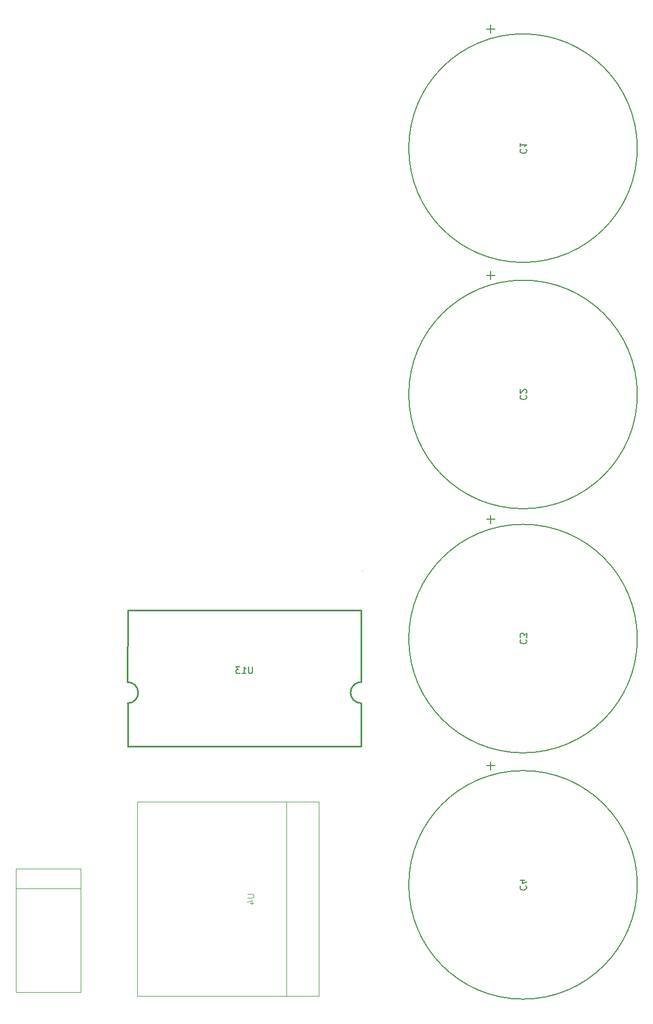
<source format=gbr>
%TF.GenerationSoftware,KiCad,Pcbnew,7.0.8*%
%TF.CreationDate,2023-12-07T15:12:16+01:00*%
%TF.ProjectId,MecProInverter,4d656350-726f-4496-9e76-65727465722e,rev?*%
%TF.SameCoordinates,Original*%
%TF.FileFunction,Legend,Bot*%
%TF.FilePolarity,Positive*%
%FSLAX46Y46*%
G04 Gerber Fmt 4.6, Leading zero omitted, Abs format (unit mm)*
G04 Created by KiCad (PCBNEW 7.0.8) date 2023-12-07 15:12:16*
%MOMM*%
%LPD*%
G01*
G04 APERTURE LIST*
%ADD10C,0.150000*%
%ADD11C,0.100000*%
%ADD12C,0.152400*%
%ADD13C,0.254000*%
%ADD14C,0.059995*%
G04 APERTURE END LIST*
D10*
X175640419Y-112833416D02*
X175592800Y-112881035D01*
X175592800Y-112881035D02*
X175545180Y-113023892D01*
X175545180Y-113023892D02*
X175545180Y-113119130D01*
X175545180Y-113119130D02*
X175592800Y-113261987D01*
X175592800Y-113261987D02*
X175688038Y-113357225D01*
X175688038Y-113357225D02*
X175783276Y-113404844D01*
X175783276Y-113404844D02*
X175973752Y-113452463D01*
X175973752Y-113452463D02*
X176116609Y-113452463D01*
X176116609Y-113452463D02*
X176307085Y-113404844D01*
X176307085Y-113404844D02*
X176402323Y-113357225D01*
X176402323Y-113357225D02*
X176497561Y-113261987D01*
X176497561Y-113261987D02*
X176545180Y-113119130D01*
X176545180Y-113119130D02*
X176545180Y-113023892D01*
X176545180Y-113023892D02*
X176497561Y-112881035D01*
X176497561Y-112881035D02*
X176449942Y-112833416D01*
X176449942Y-112452463D02*
X176497561Y-112404844D01*
X176497561Y-112404844D02*
X176545180Y-112309606D01*
X176545180Y-112309606D02*
X176545180Y-112071511D01*
X176545180Y-112071511D02*
X176497561Y-111976273D01*
X176497561Y-111976273D02*
X176449942Y-111928654D01*
X176449942Y-111928654D02*
X176354704Y-111881035D01*
X176354704Y-111881035D02*
X176259466Y-111881035D01*
X176259466Y-111881035D02*
X176116609Y-111928654D01*
X176116609Y-111928654D02*
X175545180Y-112500082D01*
X175545180Y-112500082D02*
X175545180Y-111881035D01*
X175640419Y-74833416D02*
X175592800Y-74881035D01*
X175592800Y-74881035D02*
X175545180Y-75023892D01*
X175545180Y-75023892D02*
X175545180Y-75119130D01*
X175545180Y-75119130D02*
X175592800Y-75261987D01*
X175592800Y-75261987D02*
X175688038Y-75357225D01*
X175688038Y-75357225D02*
X175783276Y-75404844D01*
X175783276Y-75404844D02*
X175973752Y-75452463D01*
X175973752Y-75452463D02*
X176116609Y-75452463D01*
X176116609Y-75452463D02*
X176307085Y-75404844D01*
X176307085Y-75404844D02*
X176402323Y-75357225D01*
X176402323Y-75357225D02*
X176497561Y-75261987D01*
X176497561Y-75261987D02*
X176545180Y-75119130D01*
X176545180Y-75119130D02*
X176545180Y-75023892D01*
X176545180Y-75023892D02*
X176497561Y-74881035D01*
X176497561Y-74881035D02*
X176449942Y-74833416D01*
X175545180Y-73881035D02*
X175545180Y-74452463D01*
X175545180Y-74166749D02*
X176545180Y-74166749D01*
X176545180Y-74166749D02*
X176402323Y-74261987D01*
X176402323Y-74261987D02*
X176307085Y-74357225D01*
X176307085Y-74357225D02*
X176259466Y-74452463D01*
X175640419Y-188500166D02*
X175592800Y-188547785D01*
X175592800Y-188547785D02*
X175545180Y-188690642D01*
X175545180Y-188690642D02*
X175545180Y-188785880D01*
X175545180Y-188785880D02*
X175592800Y-188928737D01*
X175592800Y-188928737D02*
X175688038Y-189023975D01*
X175688038Y-189023975D02*
X175783276Y-189071594D01*
X175783276Y-189071594D02*
X175973752Y-189119213D01*
X175973752Y-189119213D02*
X176116609Y-189119213D01*
X176116609Y-189119213D02*
X176307085Y-189071594D01*
X176307085Y-189071594D02*
X176402323Y-189023975D01*
X176402323Y-189023975D02*
X176497561Y-188928737D01*
X176497561Y-188928737D02*
X176545180Y-188785880D01*
X176545180Y-188785880D02*
X176545180Y-188690642D01*
X176545180Y-188690642D02*
X176497561Y-188547785D01*
X176497561Y-188547785D02*
X176449942Y-188500166D01*
X176211847Y-187643023D02*
X175545180Y-187643023D01*
X176592800Y-187881118D02*
X175878514Y-188119213D01*
X175878514Y-188119213D02*
X175878514Y-187500166D01*
X175640419Y-150500166D02*
X175592800Y-150547785D01*
X175592800Y-150547785D02*
X175545180Y-150690642D01*
X175545180Y-150690642D02*
X175545180Y-150785880D01*
X175545180Y-150785880D02*
X175592800Y-150928737D01*
X175592800Y-150928737D02*
X175688038Y-151023975D01*
X175688038Y-151023975D02*
X175783276Y-151071594D01*
X175783276Y-151071594D02*
X175973752Y-151119213D01*
X175973752Y-151119213D02*
X176116609Y-151119213D01*
X176116609Y-151119213D02*
X176307085Y-151071594D01*
X176307085Y-151071594D02*
X176402323Y-151023975D01*
X176402323Y-151023975D02*
X176497561Y-150928737D01*
X176497561Y-150928737D02*
X176545180Y-150785880D01*
X176545180Y-150785880D02*
X176545180Y-150690642D01*
X176545180Y-150690642D02*
X176497561Y-150547785D01*
X176497561Y-150547785D02*
X176449942Y-150500166D01*
X176545180Y-150166832D02*
X176545180Y-149547785D01*
X176545180Y-149547785D02*
X176164228Y-149881118D01*
X176164228Y-149881118D02*
X176164228Y-149738261D01*
X176164228Y-149738261D02*
X176116609Y-149643023D01*
X176116609Y-149643023D02*
X176068990Y-149595404D01*
X176068990Y-149595404D02*
X175973752Y-149547785D01*
X175973752Y-149547785D02*
X175735657Y-149547785D01*
X175735657Y-149547785D02*
X175640419Y-149595404D01*
X175640419Y-149595404D02*
X175592800Y-149643023D01*
X175592800Y-149643023D02*
X175545180Y-149738261D01*
X175545180Y-149738261D02*
X175545180Y-150023975D01*
X175545180Y-150023975D02*
X175592800Y-150119213D01*
X175592800Y-150119213D02*
X175640419Y-150166832D01*
X134238094Y-154704819D02*
X134238094Y-155514342D01*
X134238094Y-155514342D02*
X134190475Y-155609580D01*
X134190475Y-155609580D02*
X134142856Y-155657200D01*
X134142856Y-155657200D02*
X134047618Y-155704819D01*
X134047618Y-155704819D02*
X133857142Y-155704819D01*
X133857142Y-155704819D02*
X133761904Y-155657200D01*
X133761904Y-155657200D02*
X133714285Y-155609580D01*
X133714285Y-155609580D02*
X133666666Y-155514342D01*
X133666666Y-155514342D02*
X133666666Y-154704819D01*
X132666666Y-155704819D02*
X133238094Y-155704819D01*
X132952380Y-155704819D02*
X132952380Y-154704819D01*
X132952380Y-154704819D02*
X133047618Y-154847676D01*
X133047618Y-154847676D02*
X133142856Y-154942914D01*
X133142856Y-154942914D02*
X133238094Y-154990533D01*
X132333332Y-154704819D02*
X131714285Y-154704819D01*
X131714285Y-154704819D02*
X132047618Y-155085771D01*
X132047618Y-155085771D02*
X131904761Y-155085771D01*
X131904761Y-155085771D02*
X131809523Y-155133390D01*
X131809523Y-155133390D02*
X131761904Y-155181009D01*
X131761904Y-155181009D02*
X131714285Y-155276247D01*
X131714285Y-155276247D02*
X131714285Y-155514342D01*
X131714285Y-155514342D02*
X131761904Y-155609580D01*
X131761904Y-155609580D02*
X131809523Y-155657200D01*
X131809523Y-155657200D02*
X131904761Y-155704819D01*
X131904761Y-155704819D02*
X132190475Y-155704819D01*
X132190475Y-155704819D02*
X132285713Y-155657200D01*
X132285713Y-155657200D02*
X132333332Y-155609580D01*
D11*
X133457419Y-189738095D02*
X134266942Y-189738095D01*
X134266942Y-189738095D02*
X134362180Y-189785714D01*
X134362180Y-189785714D02*
X134409800Y-189833333D01*
X134409800Y-189833333D02*
X134457419Y-189928571D01*
X134457419Y-189928571D02*
X134457419Y-190119047D01*
X134457419Y-190119047D02*
X134409800Y-190214285D01*
X134409800Y-190214285D02*
X134362180Y-190261904D01*
X134362180Y-190261904D02*
X134266942Y-190309523D01*
X134266942Y-190309523D02*
X133457419Y-190309523D01*
X133790752Y-191214285D02*
X134457419Y-191214285D01*
X133409800Y-190976190D02*
X134124085Y-190738095D01*
X134124085Y-190738095D02*
X134124085Y-191357142D01*
%TO.C,R1*%
X97750000Y-188875000D02*
X107750000Y-188875000D01*
X107750000Y-188875000D02*
X107750000Y-185875000D01*
X107750000Y-185875000D02*
X97750000Y-185875000D01*
X97750000Y-185875000D02*
X97750000Y-188875000D01*
X97750000Y-188875000D02*
X107750000Y-188875000D01*
X107750000Y-188875000D02*
X107750000Y-204875000D01*
X107750000Y-204875000D02*
X97750000Y-204875000D01*
X97750000Y-204875000D02*
X97750000Y-188875000D01*
D12*
%TO.C,C2*%
X171000000Y-94912150D02*
X171000000Y-93642150D01*
X171635000Y-94277150D02*
X170365000Y-94277150D01*
X193627600Y-112666750D02*
G75*
G03*
X193627600Y-112666750I-17627600J0D01*
G01*
%TO.C,C1*%
X171000000Y-56912150D02*
X171000000Y-55642150D01*
X171635000Y-56277150D02*
X170365000Y-56277150D01*
X193627600Y-74666750D02*
G75*
G03*
X193627600Y-74666750I-17627600J0D01*
G01*
%TO.C,C4*%
X171000000Y-170578900D02*
X171000000Y-169308900D01*
X171635000Y-169943900D02*
X170365000Y-169943900D01*
X193627600Y-188333500D02*
G75*
G03*
X193627600Y-188333500I-17627600J0D01*
G01*
%TO.C,C3*%
X171000000Y-132578900D02*
X171000000Y-131308900D01*
X171635000Y-131943900D02*
X170365000Y-131943900D01*
X193627600Y-150333500D02*
G75*
G03*
X193627600Y-150333500I-17627600J0D01*
G01*
D13*
%TO.C,U13*%
X151000076Y-166999949D02*
X151000076Y-160299975D01*
X151000076Y-145999924D02*
X151034163Y-157032004D01*
X115008763Y-167010109D02*
X115008763Y-160310160D01*
X115008763Y-146010109D02*
X114974676Y-157042139D01*
X115000025Y-166999949D02*
X151000076Y-166999949D01*
X115000025Y-145999924D02*
X151000076Y-145999924D01*
X151034163Y-157032005D02*
G75*
G03*
X151000077Y-160299973I-17043J-1633984D01*
G01*
X115008763Y-160310136D02*
G75*
G03*
X114974677Y-157042164I-17043J1633986D01*
G01*
D14*
X151191160Y-139900025D02*
G75*
G03*
X151191160Y-139900025I-29997J0D01*
G01*
D11*
%TO.C,U4*%
X139500000Y-175500000D02*
X144500000Y-175500000D01*
X144500000Y-175500000D02*
X144500000Y-205500000D01*
X144500000Y-205500000D02*
X139500000Y-205500000D01*
X139500000Y-205500000D02*
X139500000Y-175500000D01*
X116500000Y-175500000D02*
X144500000Y-175500000D01*
X144500000Y-175500000D02*
X144500000Y-205500000D01*
X144500000Y-205500000D02*
X116500000Y-205500000D01*
X116500000Y-205500000D02*
X116500000Y-175500000D01*
%TD*%
M02*

</source>
